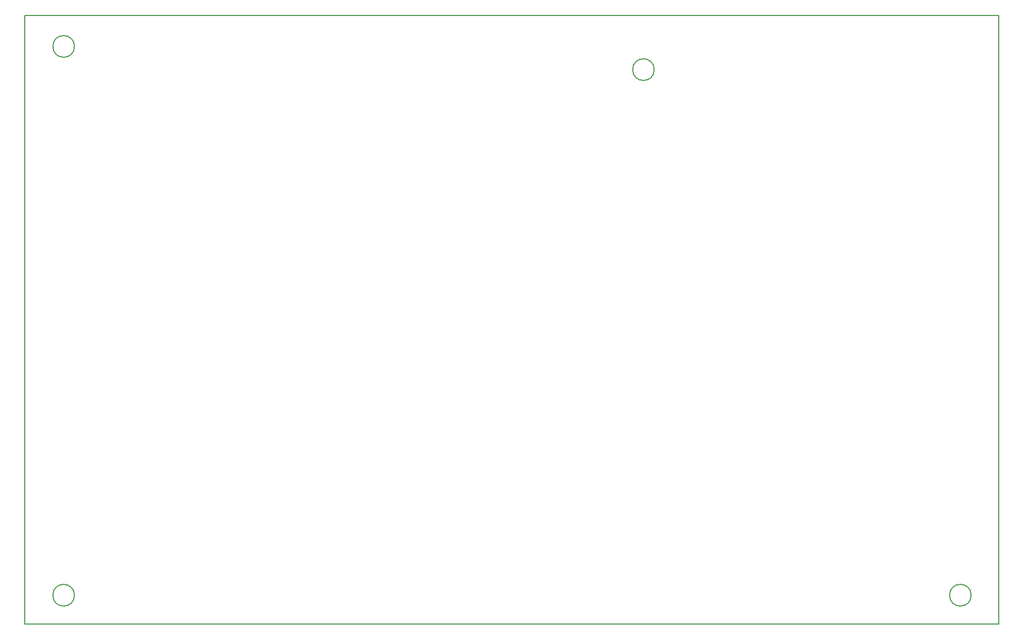
<source format=gbr>
G04 #@! TF.GenerationSoftware,KiCad,Pcbnew,5.0.0+dfsg1-2*
G04 #@! TF.CreationDate,2019-04-24T10:34:51+02:00*
G04 #@! TF.ProjectId,BLOBCNC_LOW,424C4F42434E435F4C4F572E6B696361,rev?*
G04 #@! TF.SameCoordinates,PXdb389b0PY38ecc10*
G04 #@! TF.FileFunction,Profile,NP*
%FSLAX46Y46*%
G04 Gerber Fmt 4.6, Leading zero omitted, Abs format (unit mm)*
G04 Created by KiCad (PCBNEW 5.0.0+dfsg1-2) date Wed Apr 24 10:34:51 2019*
%MOMM*%
%LPD*%
G01*
G04 APERTURE LIST*
%ADD10C,0.150000*%
%ADD11C,0.200000*%
G04 APERTURE END LIST*
D10*
X-56642000Y-8890000D02*
G75*
G03X-56642000Y-8890000I-1778000J0D01*
G01*
X-4572000Y-95250000D02*
G75*
G03X-4572000Y-95250000I-1778000J0D01*
G01*
X-151892000Y-95250000D02*
G75*
G03X-151892000Y-95250000I-1778000J0D01*
G01*
X-151892000Y-5080000D02*
G75*
G03X-151892000Y-5080000I-1778000J0D01*
G01*
D11*
X-160020000Y-100000000D02*
X-160020000Y0D01*
X-20000Y0D02*
X-20000Y-100000000D01*
X-20000Y-100000000D02*
X-160020000Y-100000000D01*
X-160020000Y0D02*
X-20000Y0D01*
M02*

</source>
